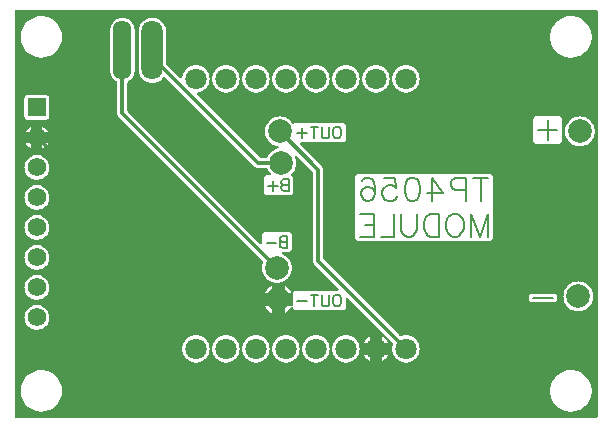
<source format=gbl>
G04 Layer: BottomLayer*
G04 EasyEDA v6.5.23, 2023-05-31 09:28:12*
G04 09e610007bd44921b29e07513bdf5b12,4db1f7442a1f4f30bb2da465e00f2567,10*
G04 Gerber Generator version 0.2*
G04 Scale: 100 percent, Rotated: No, Reflected: No *
G04 Dimensions in millimeters *
G04 leading zeros omitted , absolute positions ,4 integer and 5 decimal *
%FSLAX45Y45*%
%MOMM*%

%ADD10C,0.2032*%
%ADD11C,0.3500*%
%ADD12O,1.7999964X4.9999899999999995*%
%ADD13O,1.5500096X4.9999899999999995*%
%ADD14C,1.8001*%
%ADD15C,2.0000*%
%ADD16R,1.5748X1.5748*%
%ADD17C,1.5748*%
%ADD18C,0.0195*%

%LPD*%
G36*
X736092Y10122408D02*
G01*
X732180Y10123170D01*
X728929Y10125405D01*
X726694Y10128656D01*
X725932Y10132568D01*
X725932Y13563854D01*
X726694Y13567765D01*
X728929Y13571016D01*
X732180Y13573251D01*
X736092Y13574013D01*
X5653532Y13574013D01*
X5657443Y13573251D01*
X5660694Y13571016D01*
X5662930Y13567765D01*
X5663692Y13563854D01*
X5663692Y10132568D01*
X5662930Y10128656D01*
X5660694Y10125405D01*
X5657443Y10123170D01*
X5653532Y10122408D01*
G37*

%LPC*%
G36*
X957021Y10174681D02*
G01*
X975106Y10176052D01*
X992886Y10179304D01*
X1010310Y10184384D01*
X1027074Y10191191D01*
X1043025Y10199725D01*
X1058062Y10209834D01*
X1071981Y10221417D01*
X1084630Y10234371D01*
X1095857Y10248595D01*
X1105560Y10263886D01*
X1113688Y10280040D01*
X1120038Y10297007D01*
X1124661Y10314533D01*
X1127455Y10332415D01*
X1128369Y10350500D01*
X1127455Y10368584D01*
X1124661Y10386466D01*
X1120038Y10403992D01*
X1113688Y10420959D01*
X1105560Y10437114D01*
X1095857Y10452404D01*
X1084630Y10466628D01*
X1071981Y10479582D01*
X1058062Y10491165D01*
X1043025Y10501274D01*
X1027074Y10509808D01*
X1010310Y10516616D01*
X992886Y10521696D01*
X975106Y10524947D01*
X957021Y10526318D01*
X938936Y10525861D01*
X920953Y10523524D01*
X903325Y10519410D01*
X886256Y10513415D01*
X869848Y10505744D01*
X854303Y10496448D01*
X839825Y10485577D01*
X826516Y10473283D01*
X814578Y10459669D01*
X804062Y10444886D01*
X795172Y10429138D01*
X787908Y10412526D01*
X782421Y10395305D01*
X778713Y10377576D01*
X776833Y10359542D01*
X776833Y10341457D01*
X778713Y10323423D01*
X782421Y10305694D01*
X787908Y10288473D01*
X795172Y10271861D01*
X804062Y10256113D01*
X814578Y10241330D01*
X826516Y10227716D01*
X839825Y10215422D01*
X854303Y10204551D01*
X869848Y10195255D01*
X886256Y10187584D01*
X903325Y10181590D01*
X920953Y10177475D01*
X938936Y10175138D01*
G37*
G36*
X5440121Y10174681D02*
G01*
X5458206Y10176052D01*
X5475986Y10179304D01*
X5493410Y10184384D01*
X5510174Y10191191D01*
X5526125Y10199725D01*
X5541162Y10209834D01*
X5555081Y10221417D01*
X5567730Y10234371D01*
X5578957Y10248595D01*
X5588660Y10263886D01*
X5596788Y10280040D01*
X5603138Y10297007D01*
X5607761Y10314533D01*
X5610555Y10332415D01*
X5611469Y10350500D01*
X5610555Y10368584D01*
X5607761Y10386466D01*
X5603138Y10403992D01*
X5596788Y10420959D01*
X5588660Y10437114D01*
X5578957Y10452404D01*
X5567730Y10466628D01*
X5555081Y10479582D01*
X5541162Y10491165D01*
X5526125Y10501274D01*
X5510174Y10509808D01*
X5493410Y10516616D01*
X5475986Y10521696D01*
X5458206Y10524947D01*
X5440121Y10526318D01*
X5422036Y10525861D01*
X5404053Y10523524D01*
X5386425Y10519410D01*
X5369356Y10513415D01*
X5352948Y10505744D01*
X5337403Y10496448D01*
X5322925Y10485577D01*
X5309616Y10473283D01*
X5297678Y10459669D01*
X5287162Y10444886D01*
X5278272Y10429138D01*
X5271008Y10412526D01*
X5265521Y10395305D01*
X5261813Y10377576D01*
X5259933Y10359542D01*
X5259933Y10341457D01*
X5261813Y10323423D01*
X5265521Y10305694D01*
X5271008Y10288473D01*
X5278272Y10271861D01*
X5287162Y10256113D01*
X5297678Y10241330D01*
X5309616Y10227716D01*
X5322925Y10215422D01*
X5337403Y10204551D01*
X5352948Y10195255D01*
X5369356Y10187584D01*
X5386425Y10181590D01*
X5404053Y10177475D01*
X5422036Y10175138D01*
G37*
G36*
X3523335Y10590428D02*
G01*
X3537864Y10590428D01*
X3552291Y10592257D01*
X3566414Y10595864D01*
X3579926Y10601248D01*
X3592677Y10608259D01*
X3604463Y10616793D01*
X3615080Y10626750D01*
X3624376Y10637977D01*
X3632149Y10650270D01*
X3638346Y10663428D01*
X3642868Y10677296D01*
X3645560Y10691571D01*
X3646474Y10706100D01*
X3645560Y10720628D01*
X3642868Y10734903D01*
X3638346Y10748772D01*
X3632149Y10761929D01*
X3624376Y10774222D01*
X3615080Y10785449D01*
X3604463Y10795406D01*
X3592677Y10803940D01*
X3579926Y10810951D01*
X3566414Y10816336D01*
X3552291Y10819942D01*
X3537864Y10821771D01*
X3523335Y10821771D01*
X3508908Y10819942D01*
X3494786Y10816336D01*
X3481273Y10810951D01*
X3468522Y10803940D01*
X3456736Y10795406D01*
X3446119Y10785449D01*
X3436823Y10774222D01*
X3429050Y10761929D01*
X3422853Y10748772D01*
X3418332Y10734903D01*
X3415639Y10720628D01*
X3414725Y10706100D01*
X3415639Y10691571D01*
X3418332Y10677296D01*
X3422853Y10663428D01*
X3429050Y10650270D01*
X3436823Y10637977D01*
X3446119Y10626750D01*
X3456736Y10616793D01*
X3468522Y10608259D01*
X3481273Y10601248D01*
X3494786Y10595864D01*
X3508908Y10592257D01*
G37*
G36*
X2761335Y10590428D02*
G01*
X2775864Y10590428D01*
X2790291Y10592257D01*
X2804414Y10595864D01*
X2817926Y10601248D01*
X2830677Y10608259D01*
X2842463Y10616793D01*
X2853080Y10626750D01*
X2862376Y10637977D01*
X2870149Y10650270D01*
X2876346Y10663428D01*
X2880868Y10677296D01*
X2883560Y10691571D01*
X2884474Y10706100D01*
X2883560Y10720628D01*
X2880868Y10734903D01*
X2876346Y10748772D01*
X2870149Y10761929D01*
X2862376Y10774222D01*
X2853080Y10785449D01*
X2842463Y10795406D01*
X2830677Y10803940D01*
X2817926Y10810951D01*
X2804414Y10816336D01*
X2790291Y10819942D01*
X2775864Y10821771D01*
X2761335Y10821771D01*
X2746908Y10819942D01*
X2732786Y10816336D01*
X2719273Y10810951D01*
X2706522Y10803940D01*
X2694736Y10795406D01*
X2684119Y10785449D01*
X2674823Y10774222D01*
X2667050Y10761929D01*
X2660853Y10748772D01*
X2656332Y10734903D01*
X2653639Y10720628D01*
X2652725Y10706100D01*
X2653639Y10691571D01*
X2656332Y10677296D01*
X2660853Y10663428D01*
X2667050Y10650270D01*
X2674823Y10637977D01*
X2684119Y10626750D01*
X2694736Y10616793D01*
X2706522Y10608259D01*
X2719273Y10601248D01*
X2732786Y10595864D01*
X2746908Y10592257D01*
G37*
G36*
X2253335Y10590428D02*
G01*
X2267864Y10590428D01*
X2282291Y10592257D01*
X2296414Y10595864D01*
X2309926Y10601248D01*
X2322677Y10608259D01*
X2334463Y10616793D01*
X2345080Y10626750D01*
X2354376Y10637977D01*
X2362149Y10650270D01*
X2368346Y10663428D01*
X2372868Y10677296D01*
X2375560Y10691571D01*
X2376474Y10706100D01*
X2375560Y10720628D01*
X2372868Y10734903D01*
X2368346Y10748772D01*
X2362149Y10761929D01*
X2354376Y10774222D01*
X2345080Y10785449D01*
X2334463Y10795406D01*
X2322677Y10803940D01*
X2309926Y10810951D01*
X2296414Y10816336D01*
X2282291Y10819942D01*
X2267864Y10821771D01*
X2253335Y10821771D01*
X2238908Y10819942D01*
X2224786Y10816336D01*
X2211273Y10810951D01*
X2198522Y10803940D01*
X2186736Y10795406D01*
X2176119Y10785449D01*
X2166823Y10774222D01*
X2159050Y10761929D01*
X2152853Y10748772D01*
X2148332Y10734903D01*
X2145639Y10720628D01*
X2144725Y10706100D01*
X2145639Y10691571D01*
X2148332Y10677296D01*
X2152853Y10663428D01*
X2159050Y10650270D01*
X2166823Y10637977D01*
X2176119Y10626750D01*
X2186736Y10616793D01*
X2198522Y10608259D01*
X2211273Y10601248D01*
X2224786Y10595864D01*
X2238908Y10592257D01*
G37*
G36*
X3015335Y10590428D02*
G01*
X3029864Y10590428D01*
X3044291Y10592257D01*
X3058414Y10595864D01*
X3071926Y10601248D01*
X3084677Y10608259D01*
X3096463Y10616793D01*
X3107080Y10626750D01*
X3116376Y10637977D01*
X3124149Y10650270D01*
X3130346Y10663428D01*
X3134868Y10677296D01*
X3137560Y10691571D01*
X3138474Y10706100D01*
X3137560Y10720628D01*
X3134868Y10734903D01*
X3130346Y10748772D01*
X3124149Y10761929D01*
X3116376Y10774222D01*
X3107080Y10785449D01*
X3096463Y10795406D01*
X3084677Y10803940D01*
X3071926Y10810951D01*
X3058414Y10816336D01*
X3044291Y10819942D01*
X3029864Y10821771D01*
X3015335Y10821771D01*
X3000908Y10819942D01*
X2986786Y10816336D01*
X2973273Y10810951D01*
X2960522Y10803940D01*
X2948736Y10795406D01*
X2938119Y10785449D01*
X2928823Y10774222D01*
X2921050Y10761929D01*
X2914853Y10748772D01*
X2910332Y10734903D01*
X2907639Y10720628D01*
X2906725Y10706100D01*
X2907639Y10691571D01*
X2910332Y10677296D01*
X2914853Y10663428D01*
X2921050Y10650270D01*
X2928823Y10637977D01*
X2938119Y10626750D01*
X2948736Y10616793D01*
X2960522Y10608259D01*
X2973273Y10601248D01*
X2986786Y10595864D01*
X3000908Y10592257D01*
G37*
G36*
X3269335Y10590428D02*
G01*
X3283864Y10590428D01*
X3298291Y10592257D01*
X3312414Y10595864D01*
X3325926Y10601248D01*
X3338677Y10608259D01*
X3350463Y10616793D01*
X3361080Y10626750D01*
X3370376Y10637977D01*
X3378149Y10650270D01*
X3384346Y10663428D01*
X3388868Y10677296D01*
X3391560Y10691571D01*
X3392474Y10706100D01*
X3391560Y10720628D01*
X3388868Y10734903D01*
X3384346Y10748772D01*
X3378149Y10761929D01*
X3370376Y10774222D01*
X3361080Y10785449D01*
X3350463Y10795406D01*
X3338677Y10803940D01*
X3325926Y10810951D01*
X3312414Y10816336D01*
X3298291Y10819942D01*
X3283864Y10821771D01*
X3269335Y10821771D01*
X3254908Y10819942D01*
X3240786Y10816336D01*
X3227273Y10810951D01*
X3214522Y10803940D01*
X3202736Y10795406D01*
X3192119Y10785449D01*
X3182823Y10774222D01*
X3175050Y10761929D01*
X3168853Y10748772D01*
X3164332Y10734903D01*
X3161639Y10720628D01*
X3160725Y10706100D01*
X3161639Y10691571D01*
X3164332Y10677296D01*
X3168853Y10663428D01*
X3175050Y10650270D01*
X3182823Y10637977D01*
X3192119Y10626750D01*
X3202736Y10616793D01*
X3214522Y10608259D01*
X3227273Y10601248D01*
X3240786Y10595864D01*
X3254908Y10592257D01*
G37*
G36*
X2507335Y10590428D02*
G01*
X2521864Y10590428D01*
X2536291Y10592257D01*
X2550414Y10595864D01*
X2563926Y10601248D01*
X2576677Y10608259D01*
X2588463Y10616793D01*
X2599080Y10626750D01*
X2608376Y10637977D01*
X2616149Y10650270D01*
X2622346Y10663428D01*
X2626868Y10677296D01*
X2629560Y10691571D01*
X2630474Y10706100D01*
X2629560Y10720628D01*
X2626868Y10734903D01*
X2622346Y10748772D01*
X2616149Y10761929D01*
X2608376Y10774222D01*
X2599080Y10785449D01*
X2588463Y10795406D01*
X2576677Y10803940D01*
X2563926Y10810951D01*
X2550414Y10816336D01*
X2536291Y10819942D01*
X2521864Y10821771D01*
X2507335Y10821771D01*
X2492908Y10819942D01*
X2478786Y10816336D01*
X2465273Y10810951D01*
X2452522Y10803940D01*
X2440736Y10795406D01*
X2430119Y10785449D01*
X2420823Y10774222D01*
X2413050Y10761929D01*
X2406853Y10748772D01*
X2402332Y10734903D01*
X2399639Y10720628D01*
X2398725Y10706100D01*
X2399639Y10691571D01*
X2402332Y10677296D01*
X2406853Y10663428D01*
X2413050Y10650270D01*
X2420823Y10637977D01*
X2430119Y10626750D01*
X2440736Y10616793D01*
X2452522Y10608259D01*
X2465273Y10601248D01*
X2478786Y10595864D01*
X2492908Y10592257D01*
G37*
G36*
X4031335Y10590428D02*
G01*
X4045864Y10590428D01*
X4060291Y10592257D01*
X4074414Y10595864D01*
X4087926Y10601248D01*
X4100677Y10608259D01*
X4112463Y10616793D01*
X4123080Y10626750D01*
X4132376Y10637977D01*
X4140149Y10650270D01*
X4146346Y10663428D01*
X4150868Y10677296D01*
X4153560Y10691571D01*
X4154474Y10706100D01*
X4153560Y10720628D01*
X4150868Y10734903D01*
X4146346Y10748772D01*
X4140149Y10761929D01*
X4132376Y10774222D01*
X4123080Y10785449D01*
X4112463Y10795406D01*
X4100677Y10803940D01*
X4087926Y10810951D01*
X4074414Y10816336D01*
X4060291Y10819942D01*
X4045864Y10821771D01*
X4031335Y10821771D01*
X4016908Y10819942D01*
X4002786Y10816336D01*
X3999687Y10815066D01*
X3995826Y10814354D01*
X3991965Y10815167D01*
X3988765Y10817352D01*
X3343148Y11462918D01*
X3340963Y11466220D01*
X3340201Y11470132D01*
X3340150Y12224258D01*
X3338982Y12232538D01*
X3336442Y12240158D01*
X3332530Y12247118D01*
X3327146Y12253671D01*
X3144012Y12436805D01*
X3141827Y12440056D01*
X3141014Y12443968D01*
X3141827Y12447879D01*
X3144012Y12451130D01*
X3147314Y12453366D01*
X3151174Y12454128D01*
X3502101Y12454128D01*
X3508400Y12454839D01*
X3513886Y12456769D01*
X3518763Y12459817D01*
X3522878Y12463932D01*
X3525926Y12468809D01*
X3527856Y12474295D01*
X3528568Y12480594D01*
X3528568Y12595301D01*
X3527856Y12601600D01*
X3525926Y12607086D01*
X3522878Y12611963D01*
X3518763Y12616078D01*
X3513886Y12619126D01*
X3508400Y12621056D01*
X3502101Y12621768D01*
X3111042Y12621768D01*
X3104743Y12621056D01*
X3099257Y12619126D01*
X3094380Y12616078D01*
X3092856Y12614554D01*
X3089859Y12612471D01*
X3086303Y12611608D01*
X3082645Y12612065D01*
X3079394Y12613741D01*
X3077006Y12616484D01*
X3075381Y12619126D01*
X3066034Y12631064D01*
X3055264Y12641834D01*
X3043326Y12651181D01*
X3030321Y12659055D01*
X3016453Y12665303D01*
X3001924Y12669824D01*
X2986989Y12672568D01*
X2971800Y12673482D01*
X2956610Y12672568D01*
X2941675Y12669824D01*
X2927146Y12665303D01*
X2913278Y12659055D01*
X2900273Y12651181D01*
X2888335Y12641834D01*
X2877566Y12631064D01*
X2868218Y12619126D01*
X2860344Y12606121D01*
X2854096Y12592253D01*
X2849575Y12577724D01*
X2846832Y12562789D01*
X2845917Y12547600D01*
X2846832Y12532410D01*
X2849575Y12517475D01*
X2854096Y12502946D01*
X2860344Y12489078D01*
X2868218Y12476073D01*
X2877566Y12464135D01*
X2888335Y12453366D01*
X2900273Y12444018D01*
X2913278Y12436144D01*
X2927146Y12429896D01*
X2941675Y12425375D01*
X2954172Y12423089D01*
X2958287Y12421311D01*
X2961233Y12417958D01*
X2962452Y12413691D01*
X2961741Y12409271D01*
X2959201Y12405614D01*
X2955340Y12403378D01*
X2939846Y12398603D01*
X2925978Y12392355D01*
X2912973Y12384481D01*
X2901035Y12375134D01*
X2890266Y12364364D01*
X2880918Y12352426D01*
X2873044Y12339421D01*
X2868930Y12330277D01*
X2866694Y12327128D01*
X2863443Y12325045D01*
X2859684Y12324283D01*
X2811272Y12324283D01*
X2807360Y12325096D01*
X2804058Y12327280D01*
X2271064Y12860324D01*
X2268626Y12864134D01*
X2268118Y12868605D01*
X2269591Y12872821D01*
X2272741Y12876022D01*
X2276957Y12877596D01*
X2282291Y12878257D01*
X2296414Y12881864D01*
X2309926Y12887248D01*
X2322677Y12894259D01*
X2334463Y12902793D01*
X2345080Y12912750D01*
X2354376Y12923977D01*
X2362149Y12936270D01*
X2368346Y12949428D01*
X2372868Y12963296D01*
X2375560Y12977571D01*
X2376474Y12992100D01*
X2375560Y13006628D01*
X2372868Y13020903D01*
X2368346Y13034771D01*
X2362149Y13047929D01*
X2354376Y13060222D01*
X2345080Y13071449D01*
X2334463Y13081406D01*
X2322677Y13089940D01*
X2309926Y13096951D01*
X2296414Y13102336D01*
X2282291Y13105942D01*
X2267864Y13107771D01*
X2253335Y13107771D01*
X2238908Y13105942D01*
X2224786Y13102336D01*
X2211273Y13096951D01*
X2198522Y13089940D01*
X2186736Y13081406D01*
X2176119Y13071449D01*
X2166823Y13060222D01*
X2159050Y13047929D01*
X2152853Y13034771D01*
X2148332Y13020903D01*
X2145893Y13007949D01*
X2144166Y13003936D01*
X2140915Y13000990D01*
X2136698Y12999720D01*
X2132380Y13000278D01*
X2128723Y13002666D01*
X2011172Y13120166D01*
X2008987Y13123468D01*
X2008225Y13127380D01*
X2008225Y13393064D01*
X2007260Y13407948D01*
X2004568Y13422223D01*
X2000046Y13436041D01*
X1993849Y13449249D01*
X1986076Y13461492D01*
X1976780Y13472718D01*
X1966163Y13482675D01*
X1954377Y13491260D01*
X1941626Y13498271D01*
X1928114Y13503605D01*
X1913991Y13507212D01*
X1899564Y13509040D01*
X1885035Y13509040D01*
X1870608Y13507212D01*
X1856486Y13503605D01*
X1842973Y13498271D01*
X1830222Y13491260D01*
X1818436Y13482675D01*
X1807819Y13472718D01*
X1798523Y13461492D01*
X1790750Y13449249D01*
X1784553Y13436041D01*
X1780032Y13422223D01*
X1777339Y13407948D01*
X1776374Y13393064D01*
X1776374Y13073735D01*
X1777339Y13058851D01*
X1780032Y13044576D01*
X1784553Y13030758D01*
X1790750Y13017550D01*
X1798523Y13005308D01*
X1807819Y12994081D01*
X1818436Y12984124D01*
X1830222Y12975539D01*
X1842973Y12968528D01*
X1856486Y12963194D01*
X1870608Y12959588D01*
X1885035Y12957759D01*
X1899564Y12957759D01*
X1913991Y12959588D01*
X1928114Y12963194D01*
X1941626Y12968528D01*
X1954377Y12975539D01*
X1966163Y12984124D01*
X1976780Y12994081D01*
X1986686Y13006120D01*
X1989988Y13008762D01*
X1994052Y13009829D01*
X1998167Y13009168D01*
X2001723Y13006882D01*
X2759557Y12249048D01*
X2766263Y12244019D01*
X2773426Y12240463D01*
X2781096Y12238278D01*
X2789529Y12237466D01*
X2859684Y12237466D01*
X2863443Y12236754D01*
X2866694Y12234672D01*
X2868930Y12231522D01*
X2873044Y12222378D01*
X2880918Y12209373D01*
X2890266Y12197435D01*
X2893060Y12194590D01*
X2895295Y12191339D01*
X2896057Y12187428D01*
X2895295Y12183516D01*
X2893060Y12180265D01*
X2889758Y12178030D01*
X2885897Y12177268D01*
X2862884Y12177268D01*
X2856585Y12176556D01*
X2851099Y12174626D01*
X2846222Y12171578D01*
X2842107Y12167463D01*
X2839059Y12162586D01*
X2837129Y12157100D01*
X2836418Y12150801D01*
X2836418Y12036094D01*
X2837129Y12029795D01*
X2839059Y12024309D01*
X2842107Y12019432D01*
X2846222Y12015317D01*
X2851099Y12012269D01*
X2856585Y12010339D01*
X2862884Y12009628D01*
X3057601Y12009628D01*
X3063900Y12010339D01*
X3069386Y12012269D01*
X3074263Y12015317D01*
X3078378Y12019432D01*
X3081426Y12024309D01*
X3083356Y12029795D01*
X3084068Y12036094D01*
X3084068Y12150801D01*
X3083356Y12157100D01*
X3081426Y12162586D01*
X3078378Y12167463D01*
X3074263Y12171578D01*
X3071926Y12173051D01*
X3069234Y12175490D01*
X3067608Y12178741D01*
X3067202Y12182348D01*
X3068066Y12185853D01*
X3070148Y12188850D01*
X3078734Y12197435D01*
X3088081Y12209373D01*
X3095955Y12222378D01*
X3102203Y12236246D01*
X3106724Y12250775D01*
X3109468Y12265710D01*
X3110382Y12280900D01*
X3109468Y12296089D01*
X3106724Y12311024D01*
X3102203Y12325553D01*
X3100171Y12330023D01*
X3099308Y12333935D01*
X3099968Y12337846D01*
X3102152Y12341250D01*
X3105454Y12343536D01*
X3109366Y12344349D01*
X3113328Y12343587D01*
X3116630Y12341352D01*
X3250387Y12207646D01*
X3252571Y12204344D01*
X3253384Y12200432D01*
X3253384Y11446256D01*
X3254552Y11438026D01*
X3257092Y11430406D01*
X3261004Y11423446D01*
X3266389Y11416893D01*
X3466592Y11216690D01*
X3468776Y11213439D01*
X3469589Y11209528D01*
X3468776Y11205667D01*
X3466592Y11202365D01*
X3463290Y11200130D01*
X3459429Y11199368D01*
X3111042Y11199368D01*
X3104743Y11198656D01*
X3099257Y11196726D01*
X3094380Y11193678D01*
X3090265Y11189563D01*
X3087217Y11184686D01*
X3084372Y11181689D01*
X3080562Y11180114D01*
X3079292Y11180114D01*
X3081578Y11178590D01*
X3083814Y11175288D01*
X3084576Y11171377D01*
X3084576Y11079022D01*
X3083814Y11075111D01*
X3081578Y11071809D01*
X3078327Y11069624D01*
X3074416Y11068862D01*
X3015437Y11068862D01*
X3015437Y11012779D01*
X3017621Y11013744D01*
X3030626Y11021618D01*
X3042564Y11030966D01*
X3053334Y11041735D01*
X3062681Y11053673D01*
X3066135Y11059363D01*
X3068980Y11062411D01*
X3072790Y11064036D01*
X3077006Y11063986D01*
X3080816Y11062309D01*
X3083610Y11059210D01*
X3084931Y11055197D01*
X3085287Y11051895D01*
X3087217Y11046409D01*
X3090265Y11041532D01*
X3094380Y11037417D01*
X3099257Y11034369D01*
X3104743Y11032439D01*
X3111042Y11031728D01*
X3502101Y11031728D01*
X3508400Y11032439D01*
X3513886Y11034369D01*
X3518763Y11037417D01*
X3522878Y11041532D01*
X3525926Y11046409D01*
X3527856Y11051895D01*
X3528568Y11058194D01*
X3528568Y11130229D01*
X3529329Y11134090D01*
X3531565Y11137392D01*
X3534816Y11139576D01*
X3538728Y11140389D01*
X3542639Y11139576D01*
X3545890Y11137392D01*
X3927348Y10755934D01*
X3929430Y10752886D01*
X3930294Y10749330D01*
X3929837Y10745622D01*
X3926332Y10734903D01*
X3923639Y10720628D01*
X3922725Y10706100D01*
X3923639Y10691571D01*
X3926332Y10677296D01*
X3930853Y10663428D01*
X3937050Y10650270D01*
X3944823Y10637977D01*
X3954119Y10626750D01*
X3964736Y10616793D01*
X3976522Y10608259D01*
X3989273Y10601248D01*
X4002786Y10595864D01*
X4016908Y10592257D01*
G37*
G36*
X3835958Y10602315D02*
G01*
X3846677Y10608259D01*
X3858463Y10616793D01*
X3869080Y10626750D01*
X3878376Y10637977D01*
X3886149Y10650270D01*
X3888282Y10654741D01*
X3835958Y10654741D01*
G37*
G36*
X3733241Y10602315D02*
G01*
X3733241Y10654741D01*
X3680917Y10654741D01*
X3683050Y10650270D01*
X3690823Y10637977D01*
X3700119Y10626750D01*
X3710736Y10616793D01*
X3722522Y10608259D01*
G37*
G36*
X3835958Y10757458D02*
G01*
X3888282Y10757458D01*
X3886149Y10761929D01*
X3878376Y10774222D01*
X3869080Y10785449D01*
X3858463Y10795406D01*
X3846677Y10803940D01*
X3835958Y10809884D01*
G37*
G36*
X3680917Y10757458D02*
G01*
X3733241Y10757458D01*
X3733241Y10809884D01*
X3722522Y10803940D01*
X3710736Y10795406D01*
X3700119Y10785449D01*
X3690823Y10774222D01*
X3683050Y10761929D01*
G37*
G36*
X914400Y10868152D02*
G01*
X928065Y10869066D01*
X941476Y10871758D01*
X954430Y10876127D01*
X966724Y10882172D01*
X978103Y10889792D01*
X988364Y10898835D01*
X997407Y10909096D01*
X1005027Y10920476D01*
X1011072Y10932769D01*
X1015441Y10945723D01*
X1018133Y10959134D01*
X1019048Y10972800D01*
X1018133Y10986465D01*
X1015441Y10999876D01*
X1011072Y11012830D01*
X1005027Y11025124D01*
X997407Y11036503D01*
X988364Y11046764D01*
X978103Y11055807D01*
X966724Y11063427D01*
X954430Y11069472D01*
X941476Y11073841D01*
X928065Y11076533D01*
X914400Y11077448D01*
X900734Y11076533D01*
X887323Y11073841D01*
X874369Y11069472D01*
X862076Y11063427D01*
X850696Y11055807D01*
X840435Y11046764D01*
X831392Y11036503D01*
X823772Y11025124D01*
X817727Y11012830D01*
X813358Y10999876D01*
X810666Y10986465D01*
X809752Y10972800D01*
X810666Y10959134D01*
X813358Y10945723D01*
X817727Y10932769D01*
X823772Y10920476D01*
X831392Y10909096D01*
X840435Y10898835D01*
X850696Y10889792D01*
X862076Y10882172D01*
X874369Y10876127D01*
X887323Y10871758D01*
X900734Y10869066D01*
G37*
G36*
X2902762Y11012779D02*
G01*
X2902762Y11068862D01*
X2846679Y11068862D01*
X2847644Y11066678D01*
X2855518Y11053673D01*
X2864866Y11041735D01*
X2875635Y11030966D01*
X2887573Y11021618D01*
X2900578Y11013744D01*
G37*
G36*
X5499100Y11024717D02*
G01*
X5514289Y11025632D01*
X5529224Y11028375D01*
X5543753Y11032896D01*
X5557621Y11039144D01*
X5570626Y11047018D01*
X5582564Y11056366D01*
X5593334Y11067135D01*
X5602681Y11079073D01*
X5610555Y11092078D01*
X5616803Y11105946D01*
X5621324Y11120475D01*
X5624068Y11135410D01*
X5624982Y11150600D01*
X5624068Y11165789D01*
X5621324Y11180724D01*
X5616803Y11195253D01*
X5610555Y11209121D01*
X5602681Y11222126D01*
X5593334Y11234064D01*
X5582564Y11244834D01*
X5570626Y11254181D01*
X5557621Y11262055D01*
X5543753Y11268303D01*
X5529224Y11272824D01*
X5514289Y11275568D01*
X5499100Y11276482D01*
X5483910Y11275568D01*
X5468975Y11272824D01*
X5454446Y11268303D01*
X5440578Y11262055D01*
X5427573Y11254181D01*
X5415635Y11244834D01*
X5404866Y11234064D01*
X5395518Y11222126D01*
X5387644Y11209121D01*
X5381396Y11195253D01*
X5376875Y11180724D01*
X5374132Y11165789D01*
X5373217Y11150600D01*
X5374132Y11135410D01*
X5376875Y11120475D01*
X5381396Y11105946D01*
X5387644Y11092078D01*
X5395518Y11079073D01*
X5404866Y11067135D01*
X5415635Y11056366D01*
X5427573Y11047018D01*
X5440578Y11039144D01*
X5454446Y11032896D01*
X5468975Y11028375D01*
X5483910Y11025632D01*
G37*
G36*
X5107228Y11101832D02*
G01*
X5292801Y11101832D01*
X5299100Y11102543D01*
X5304586Y11104473D01*
X5309463Y11107521D01*
X5313578Y11111636D01*
X5316626Y11116513D01*
X5318556Y11121999D01*
X5319268Y11128298D01*
X5319268Y11147501D01*
X5318556Y11153800D01*
X5316626Y11159286D01*
X5313578Y11164163D01*
X5309463Y11168278D01*
X5304586Y11171326D01*
X5299100Y11173256D01*
X5292801Y11173968D01*
X5107228Y11173968D01*
X5100929Y11173256D01*
X5095443Y11171326D01*
X5090566Y11168278D01*
X5086451Y11164163D01*
X5083403Y11159286D01*
X5081473Y11153800D01*
X5080762Y11147501D01*
X5080762Y11128298D01*
X5081473Y11121999D01*
X5083403Y11116513D01*
X5086451Y11111636D01*
X5090566Y11107521D01*
X5095443Y11104473D01*
X5100929Y11102543D01*
G37*
G36*
X914400Y11122152D02*
G01*
X928065Y11123066D01*
X941476Y11125758D01*
X954430Y11130127D01*
X966724Y11136172D01*
X978103Y11143792D01*
X988364Y11152835D01*
X997407Y11163096D01*
X1005027Y11174476D01*
X1011072Y11186769D01*
X1015441Y11199723D01*
X1018133Y11213134D01*
X1019048Y11226800D01*
X1018133Y11240465D01*
X1015441Y11253876D01*
X1011072Y11266830D01*
X1005027Y11279124D01*
X997407Y11290503D01*
X988364Y11300764D01*
X978103Y11309807D01*
X966724Y11317427D01*
X954430Y11323472D01*
X941476Y11327841D01*
X928065Y11330533D01*
X914400Y11331448D01*
X900734Y11330533D01*
X887323Y11327841D01*
X874369Y11323472D01*
X862076Y11317427D01*
X850696Y11309807D01*
X840435Y11300764D01*
X831392Y11290503D01*
X823772Y11279124D01*
X817727Y11266830D01*
X813358Y11253876D01*
X810666Y11240465D01*
X809752Y11226800D01*
X810666Y11213134D01*
X813358Y11199723D01*
X817727Y11186769D01*
X823772Y11174476D01*
X831392Y11163096D01*
X840435Y11152835D01*
X850696Y11143792D01*
X862076Y11136172D01*
X874369Y11130127D01*
X887323Y11125758D01*
X900734Y11123066D01*
G37*
G36*
X2846679Y11181537D02*
G01*
X2902762Y11181537D01*
X2902762Y11237620D01*
X2900578Y11236655D01*
X2887573Y11228781D01*
X2875635Y11219434D01*
X2864866Y11208664D01*
X2855518Y11196726D01*
X2847644Y11183721D01*
G37*
G36*
X3015437Y11181537D02*
G01*
X3073247Y11181537D01*
X3069894Y11184839D01*
X3062681Y11196726D01*
X3053334Y11208664D01*
X3042564Y11219434D01*
X3030626Y11228781D01*
X3017621Y11236655D01*
X3015437Y11237620D01*
G37*
G36*
X2946400Y11266017D02*
G01*
X2961589Y11266932D01*
X2976524Y11269675D01*
X2991053Y11274196D01*
X3004921Y11280444D01*
X3017926Y11288318D01*
X3029864Y11297666D01*
X3040634Y11308435D01*
X3049981Y11320373D01*
X3057855Y11333378D01*
X3064103Y11347246D01*
X3068624Y11361775D01*
X3071368Y11376710D01*
X3072282Y11391900D01*
X3071368Y11407089D01*
X3068624Y11422024D01*
X3064103Y11436553D01*
X3057855Y11450421D01*
X3049981Y11463426D01*
X3040634Y11475364D01*
X3029864Y11486134D01*
X3017926Y11495481D01*
X3004921Y11503355D01*
X2995472Y11507622D01*
X2992272Y11509857D01*
X2990189Y11513210D01*
X2989478Y11517020D01*
X2990342Y11520881D01*
X2992526Y11524132D01*
X2995828Y11526266D01*
X2999638Y11527028D01*
X3044901Y11527028D01*
X3051200Y11527739D01*
X3056686Y11529669D01*
X3061563Y11532717D01*
X3065678Y11536832D01*
X3068726Y11541709D01*
X3070656Y11547195D01*
X3071368Y11553494D01*
X3071368Y11668201D01*
X3070656Y11674500D01*
X3068726Y11679986D01*
X3065678Y11684863D01*
X3061563Y11688978D01*
X3056686Y11692026D01*
X3051200Y11693956D01*
X3044901Y11694668D01*
X2850184Y11694668D01*
X2843885Y11693956D01*
X2838399Y11692026D01*
X2833522Y11688978D01*
X2829407Y11684863D01*
X2826359Y11679986D01*
X2824429Y11674500D01*
X2823718Y11668201D01*
X2823718Y11600484D01*
X2822956Y11596624D01*
X2820720Y11593322D01*
X2817469Y11591137D01*
X2813558Y11590324D01*
X2809646Y11591137D01*
X2806395Y11593322D01*
X1684680Y12714986D01*
X1682496Y12718288D01*
X1681734Y12722199D01*
X1681734Y12960959D01*
X1682394Y12964668D01*
X1684375Y12967817D01*
X1687372Y12970052D01*
X1690014Y12971373D01*
X1701241Y12978892D01*
X1711401Y12987782D01*
X1720342Y12997942D01*
X1727860Y13009219D01*
X1733804Y13021360D01*
X1738172Y13034162D01*
X1740814Y13047421D01*
X1741728Y13061238D01*
X1741728Y13405561D01*
X1740814Y13419378D01*
X1738172Y13432637D01*
X1733804Y13445439D01*
X1727860Y13457580D01*
X1720342Y13468857D01*
X1711401Y13479018D01*
X1701241Y13487907D01*
X1690014Y13495426D01*
X1677873Y13501420D01*
X1665071Y13505738D01*
X1651812Y13508380D01*
X1638300Y13509294D01*
X1624787Y13508380D01*
X1611528Y13505738D01*
X1598726Y13501420D01*
X1586585Y13495426D01*
X1575358Y13487907D01*
X1565198Y13479018D01*
X1556258Y13468857D01*
X1548739Y13457580D01*
X1542796Y13445439D01*
X1538427Y13432637D01*
X1535785Y13419378D01*
X1534871Y13405561D01*
X1534871Y13061238D01*
X1535785Y13047421D01*
X1538427Y13034162D01*
X1542796Y13021360D01*
X1548739Y13009219D01*
X1556258Y12997942D01*
X1565198Y12987782D01*
X1575358Y12978892D01*
X1586585Y12971373D01*
X1589227Y12970052D01*
X1592224Y12967817D01*
X1594205Y12964668D01*
X1594916Y12960959D01*
X1594916Y12698323D01*
X1596085Y12690094D01*
X1598625Y12682474D01*
X1602536Y12675514D01*
X1607921Y12668961D01*
X2827375Y11449558D01*
X2829610Y11446154D01*
X2830322Y11442141D01*
X2829458Y11438178D01*
X2828696Y11436553D01*
X2824175Y11422024D01*
X2821432Y11407089D01*
X2820517Y11391900D01*
X2821432Y11376710D01*
X2824175Y11361775D01*
X2828696Y11347246D01*
X2834944Y11333378D01*
X2842818Y11320373D01*
X2852166Y11308435D01*
X2862935Y11297666D01*
X2874873Y11288318D01*
X2887878Y11280444D01*
X2901746Y11274196D01*
X2916275Y11269675D01*
X2931210Y11266932D01*
G37*
G36*
X914400Y11376152D02*
G01*
X928065Y11377066D01*
X941476Y11379758D01*
X954430Y11384127D01*
X966724Y11390172D01*
X978103Y11397792D01*
X988364Y11406835D01*
X997407Y11417096D01*
X1005027Y11428476D01*
X1011072Y11440769D01*
X1015441Y11453723D01*
X1018133Y11467134D01*
X1019048Y11480800D01*
X1018133Y11494465D01*
X1015441Y11507876D01*
X1011072Y11520830D01*
X1005027Y11533124D01*
X997407Y11544503D01*
X988364Y11554764D01*
X978103Y11563807D01*
X966724Y11571427D01*
X954430Y11577472D01*
X941476Y11581841D01*
X928065Y11584533D01*
X914400Y11585448D01*
X900734Y11584533D01*
X887323Y11581841D01*
X874369Y11577472D01*
X862076Y11571427D01*
X850696Y11563807D01*
X840435Y11554764D01*
X831392Y11544503D01*
X823772Y11533124D01*
X817727Y11520830D01*
X813358Y11507876D01*
X810666Y11494465D01*
X809752Y11480800D01*
X810666Y11467134D01*
X813358Y11453723D01*
X817727Y11440769D01*
X823772Y11428476D01*
X831392Y11417096D01*
X840435Y11406835D01*
X850696Y11397792D01*
X862076Y11390172D01*
X874369Y11384127D01*
X887323Y11379758D01*
X900734Y11377066D01*
G37*
G36*
X3637584Y11619230D02*
G01*
X4746701Y11619230D01*
X4753000Y11619941D01*
X4758486Y11621871D01*
X4763363Y11624919D01*
X4767478Y11629034D01*
X4770526Y11633911D01*
X4772456Y11639397D01*
X4773168Y11645696D01*
X4773168Y12163501D01*
X4772456Y12169800D01*
X4770526Y12175286D01*
X4767478Y12180163D01*
X4763363Y12184278D01*
X4758486Y12187326D01*
X4753000Y12189256D01*
X4746701Y12189968D01*
X3637584Y12189968D01*
X3631285Y12189256D01*
X3625799Y12187326D01*
X3620922Y12184278D01*
X3616807Y12180163D01*
X3613759Y12175286D01*
X3611829Y12169800D01*
X3611118Y12163501D01*
X3611118Y11645696D01*
X3611829Y11639397D01*
X3613759Y11633911D01*
X3616807Y11629034D01*
X3620922Y11624919D01*
X3625799Y11621871D01*
X3631285Y11619941D01*
G37*
G36*
X914400Y11630152D02*
G01*
X928065Y11631066D01*
X941476Y11633758D01*
X954430Y11638127D01*
X966724Y11644172D01*
X978103Y11651792D01*
X988364Y11660835D01*
X997407Y11671096D01*
X1005027Y11682476D01*
X1011072Y11694769D01*
X1015441Y11707723D01*
X1018133Y11721134D01*
X1019048Y11734800D01*
X1018133Y11748465D01*
X1015441Y11761876D01*
X1011072Y11774830D01*
X1005027Y11787124D01*
X997407Y11798503D01*
X988364Y11808764D01*
X978103Y11817807D01*
X966724Y11825427D01*
X954430Y11831472D01*
X941476Y11835841D01*
X928065Y11838533D01*
X914400Y11839448D01*
X900734Y11838533D01*
X887323Y11835841D01*
X874369Y11831472D01*
X862076Y11825427D01*
X850696Y11817807D01*
X840435Y11808764D01*
X831392Y11798503D01*
X823772Y11787124D01*
X817727Y11774830D01*
X813358Y11761876D01*
X810666Y11748465D01*
X809752Y11734800D01*
X810666Y11721134D01*
X813358Y11707723D01*
X817727Y11694769D01*
X823772Y11682476D01*
X831392Y11671096D01*
X840435Y11660835D01*
X850696Y11651792D01*
X862076Y11644172D01*
X874369Y11638127D01*
X887323Y11633758D01*
X900734Y11631066D01*
G37*
G36*
X914400Y11884152D02*
G01*
X928065Y11885066D01*
X941476Y11887758D01*
X954430Y11892127D01*
X966724Y11898172D01*
X978103Y11905792D01*
X988364Y11914835D01*
X997407Y11925096D01*
X1005027Y11936476D01*
X1011072Y11948769D01*
X1015441Y11961723D01*
X1018133Y11975134D01*
X1019048Y11988800D01*
X1018133Y12002465D01*
X1015441Y12015876D01*
X1011072Y12028830D01*
X1005027Y12041124D01*
X997407Y12052503D01*
X988364Y12062764D01*
X978103Y12071807D01*
X966724Y12079427D01*
X954430Y12085472D01*
X941476Y12089841D01*
X928065Y12092533D01*
X914400Y12093448D01*
X900734Y12092533D01*
X887323Y12089841D01*
X874369Y12085472D01*
X862076Y12079427D01*
X850696Y12071807D01*
X840435Y12062764D01*
X831392Y12052503D01*
X823772Y12041124D01*
X817727Y12028830D01*
X813358Y12015876D01*
X810666Y12002465D01*
X809752Y11988800D01*
X810666Y11975134D01*
X813358Y11961723D01*
X817727Y11948769D01*
X823772Y11936476D01*
X831392Y11925096D01*
X840435Y11914835D01*
X850696Y11905792D01*
X862076Y11898172D01*
X874369Y11892127D01*
X887323Y11887758D01*
X900734Y11885066D01*
G37*
G36*
X914400Y12138152D02*
G01*
X928065Y12139066D01*
X941476Y12141758D01*
X954430Y12146127D01*
X966724Y12152172D01*
X978103Y12159792D01*
X988364Y12168835D01*
X997407Y12179096D01*
X1005027Y12190476D01*
X1011072Y12202769D01*
X1015441Y12215723D01*
X1018133Y12229134D01*
X1019048Y12242800D01*
X1018133Y12256465D01*
X1015441Y12269876D01*
X1011072Y12282830D01*
X1005027Y12295124D01*
X997407Y12306503D01*
X988364Y12316764D01*
X978103Y12325807D01*
X966724Y12333427D01*
X954430Y12339472D01*
X941476Y12343841D01*
X928065Y12346533D01*
X914400Y12347448D01*
X900734Y12346533D01*
X887323Y12343841D01*
X874369Y12339472D01*
X862076Y12333427D01*
X850696Y12325807D01*
X840435Y12316764D01*
X831392Y12306503D01*
X823772Y12295124D01*
X817727Y12282830D01*
X813358Y12269876D01*
X810666Y12256465D01*
X809752Y12242800D01*
X810666Y12229134D01*
X813358Y12215723D01*
X817727Y12202769D01*
X823772Y12190476D01*
X831392Y12179096D01*
X840435Y12168835D01*
X850696Y12159792D01*
X862076Y12152172D01*
X874369Y12146127D01*
X887323Y12141758D01*
X900734Y12139066D01*
G37*
G36*
X868680Y12402921D02*
G01*
X868680Y12451080D01*
X820521Y12451080D01*
X823772Y12444476D01*
X831392Y12433096D01*
X840435Y12422835D01*
X850696Y12413792D01*
X862076Y12406172D01*
G37*
G36*
X960119Y12402921D02*
G01*
X966724Y12406172D01*
X978103Y12413792D01*
X988364Y12422835D01*
X997407Y12433096D01*
X1005027Y12444476D01*
X1008278Y12451080D01*
X960119Y12451080D01*
G37*
G36*
X5511800Y12421717D02*
G01*
X5526989Y12422632D01*
X5541924Y12425375D01*
X5556453Y12429896D01*
X5570321Y12436144D01*
X5583326Y12444018D01*
X5595264Y12453366D01*
X5606034Y12464135D01*
X5615381Y12476073D01*
X5623255Y12489078D01*
X5629503Y12502946D01*
X5634024Y12517475D01*
X5636768Y12532410D01*
X5637682Y12547600D01*
X5636768Y12562789D01*
X5634024Y12577724D01*
X5629503Y12592253D01*
X5623255Y12606121D01*
X5615381Y12619126D01*
X5606034Y12631064D01*
X5595264Y12641834D01*
X5583326Y12651181D01*
X5570321Y12659055D01*
X5556453Y12665303D01*
X5541924Y12669824D01*
X5526989Y12672568D01*
X5511800Y12673482D01*
X5496610Y12672568D01*
X5481675Y12669824D01*
X5467146Y12665303D01*
X5453278Y12659055D01*
X5440273Y12651181D01*
X5428335Y12641834D01*
X5417566Y12631064D01*
X5408218Y12619126D01*
X5400344Y12606121D01*
X5394096Y12592253D01*
X5389575Y12577724D01*
X5386832Y12562789D01*
X5385917Y12547600D01*
X5386832Y12532410D01*
X5389575Y12517475D01*
X5394096Y12502946D01*
X5400344Y12489078D01*
X5408218Y12476073D01*
X5417566Y12464135D01*
X5428335Y12453366D01*
X5440273Y12444018D01*
X5453278Y12436144D01*
X5467146Y12429896D01*
X5481675Y12425375D01*
X5496610Y12422632D01*
G37*
G36*
X5145328Y12441174D02*
G01*
X5330901Y12441174D01*
X5337200Y12441885D01*
X5342686Y12443815D01*
X5347563Y12446863D01*
X5351678Y12450978D01*
X5354726Y12455855D01*
X5356656Y12461341D01*
X5357368Y12467640D01*
X5357368Y12652959D01*
X5356656Y12659258D01*
X5354726Y12664744D01*
X5351678Y12669621D01*
X5347563Y12673736D01*
X5342686Y12676784D01*
X5337200Y12678714D01*
X5330901Y12679426D01*
X5145328Y12679426D01*
X5139029Y12678714D01*
X5133543Y12676784D01*
X5128666Y12673736D01*
X5124551Y12669621D01*
X5121503Y12664744D01*
X5119573Y12659258D01*
X5118862Y12652959D01*
X5118862Y12467640D01*
X5119573Y12461341D01*
X5121503Y12455855D01*
X5124551Y12450978D01*
X5128666Y12446863D01*
X5133543Y12443815D01*
X5139029Y12441885D01*
G37*
G36*
X820521Y12542520D02*
G01*
X868680Y12542520D01*
X868680Y12590678D01*
X862076Y12587427D01*
X850696Y12579807D01*
X840435Y12570764D01*
X831392Y12560503D01*
X823772Y12549124D01*
G37*
G36*
X960119Y12542520D02*
G01*
X1008278Y12542520D01*
X1005027Y12549124D01*
X997407Y12560503D01*
X988364Y12570764D01*
X978103Y12579807D01*
X966724Y12587427D01*
X960119Y12590678D01*
G37*
G36*
X836218Y12646152D02*
G01*
X992581Y12646152D01*
X998880Y12646863D01*
X1004366Y12648793D01*
X1009243Y12651841D01*
X1013358Y12655956D01*
X1016406Y12660833D01*
X1018336Y12666319D01*
X1019048Y12672618D01*
X1019048Y12828981D01*
X1018336Y12835280D01*
X1016406Y12840766D01*
X1013358Y12845643D01*
X1009243Y12849758D01*
X1004366Y12852806D01*
X998880Y12854736D01*
X992581Y12855448D01*
X836218Y12855448D01*
X829919Y12854736D01*
X824433Y12852806D01*
X819556Y12849758D01*
X815441Y12845643D01*
X812393Y12840766D01*
X810463Y12835280D01*
X809752Y12828981D01*
X809752Y12672618D01*
X810463Y12666319D01*
X812393Y12660833D01*
X815441Y12655956D01*
X819556Y12651841D01*
X824433Y12648793D01*
X829919Y12646863D01*
G37*
G36*
X3523335Y12876428D02*
G01*
X3537864Y12876428D01*
X3552291Y12878257D01*
X3566414Y12881864D01*
X3579926Y12887248D01*
X3592677Y12894259D01*
X3604463Y12902793D01*
X3615080Y12912750D01*
X3624376Y12923977D01*
X3632149Y12936270D01*
X3638346Y12949428D01*
X3642868Y12963296D01*
X3645560Y12977571D01*
X3646474Y12992100D01*
X3645560Y13006628D01*
X3642868Y13020903D01*
X3638346Y13034771D01*
X3632149Y13047929D01*
X3624376Y13060222D01*
X3615080Y13071449D01*
X3604463Y13081406D01*
X3592677Y13089940D01*
X3579926Y13096951D01*
X3566414Y13102336D01*
X3552291Y13105942D01*
X3537864Y13107771D01*
X3523335Y13107771D01*
X3508908Y13105942D01*
X3494786Y13102336D01*
X3481273Y13096951D01*
X3468522Y13089940D01*
X3456736Y13081406D01*
X3446119Y13071449D01*
X3436823Y13060222D01*
X3429050Y13047929D01*
X3422853Y13034771D01*
X3418332Y13020903D01*
X3415639Y13006628D01*
X3414725Y12992100D01*
X3415639Y12977571D01*
X3418332Y12963296D01*
X3422853Y12949428D01*
X3429050Y12936270D01*
X3436823Y12923977D01*
X3446119Y12912750D01*
X3456736Y12902793D01*
X3468522Y12894259D01*
X3481273Y12887248D01*
X3494786Y12881864D01*
X3508908Y12878257D01*
G37*
G36*
X4031335Y12876428D02*
G01*
X4045864Y12876428D01*
X4060291Y12878257D01*
X4074414Y12881864D01*
X4087926Y12887248D01*
X4100677Y12894259D01*
X4112463Y12902793D01*
X4123080Y12912750D01*
X4132376Y12923977D01*
X4140149Y12936270D01*
X4146346Y12949428D01*
X4150868Y12963296D01*
X4153560Y12977571D01*
X4154474Y12992100D01*
X4153560Y13006628D01*
X4150868Y13020903D01*
X4146346Y13034771D01*
X4140149Y13047929D01*
X4132376Y13060222D01*
X4123080Y13071449D01*
X4112463Y13081406D01*
X4100677Y13089940D01*
X4087926Y13096951D01*
X4074414Y13102336D01*
X4060291Y13105942D01*
X4045864Y13107771D01*
X4031335Y13107771D01*
X4016908Y13105942D01*
X4002786Y13102336D01*
X3989273Y13096951D01*
X3976522Y13089940D01*
X3964736Y13081406D01*
X3954119Y13071449D01*
X3944823Y13060222D01*
X3937050Y13047929D01*
X3930853Y13034771D01*
X3926332Y13020903D01*
X3923639Y13006628D01*
X3922725Y12992100D01*
X3923639Y12977571D01*
X3926332Y12963296D01*
X3930853Y12949428D01*
X3937050Y12936270D01*
X3944823Y12923977D01*
X3954119Y12912750D01*
X3964736Y12902793D01*
X3976522Y12894259D01*
X3989273Y12887248D01*
X4002786Y12881864D01*
X4016908Y12878257D01*
G37*
G36*
X2761335Y12876428D02*
G01*
X2775864Y12876428D01*
X2790291Y12878257D01*
X2804414Y12881864D01*
X2817926Y12887248D01*
X2830677Y12894259D01*
X2842463Y12902793D01*
X2853080Y12912750D01*
X2862376Y12923977D01*
X2870149Y12936270D01*
X2876346Y12949428D01*
X2880868Y12963296D01*
X2883560Y12977571D01*
X2884474Y12992100D01*
X2883560Y13006628D01*
X2880868Y13020903D01*
X2876346Y13034771D01*
X2870149Y13047929D01*
X2862376Y13060222D01*
X2853080Y13071449D01*
X2842463Y13081406D01*
X2830677Y13089940D01*
X2817926Y13096951D01*
X2804414Y13102336D01*
X2790291Y13105942D01*
X2775864Y13107771D01*
X2761335Y13107771D01*
X2746908Y13105942D01*
X2732786Y13102336D01*
X2719273Y13096951D01*
X2706522Y13089940D01*
X2694736Y13081406D01*
X2684119Y13071449D01*
X2674823Y13060222D01*
X2667050Y13047929D01*
X2660853Y13034771D01*
X2656332Y13020903D01*
X2653639Y13006628D01*
X2652725Y12992100D01*
X2653639Y12977571D01*
X2656332Y12963296D01*
X2660853Y12949428D01*
X2667050Y12936270D01*
X2674823Y12923977D01*
X2684119Y12912750D01*
X2694736Y12902793D01*
X2706522Y12894259D01*
X2719273Y12887248D01*
X2732786Y12881864D01*
X2746908Y12878257D01*
G37*
G36*
X3777335Y12876428D02*
G01*
X3791864Y12876428D01*
X3806291Y12878257D01*
X3820414Y12881864D01*
X3833926Y12887248D01*
X3846677Y12894259D01*
X3858463Y12902793D01*
X3869080Y12912750D01*
X3878376Y12923977D01*
X3886149Y12936270D01*
X3892346Y12949428D01*
X3896868Y12963296D01*
X3899560Y12977571D01*
X3900474Y12992100D01*
X3899560Y13006628D01*
X3896868Y13020903D01*
X3892346Y13034771D01*
X3886149Y13047929D01*
X3878376Y13060222D01*
X3869080Y13071449D01*
X3858463Y13081406D01*
X3846677Y13089940D01*
X3833926Y13096951D01*
X3820414Y13102336D01*
X3806291Y13105942D01*
X3791864Y13107771D01*
X3777335Y13107771D01*
X3762908Y13105942D01*
X3748786Y13102336D01*
X3735273Y13096951D01*
X3722522Y13089940D01*
X3710736Y13081406D01*
X3700119Y13071449D01*
X3690823Y13060222D01*
X3683050Y13047929D01*
X3676853Y13034771D01*
X3672332Y13020903D01*
X3669639Y13006628D01*
X3668725Y12992100D01*
X3669639Y12977571D01*
X3672332Y12963296D01*
X3676853Y12949428D01*
X3683050Y12936270D01*
X3690823Y12923977D01*
X3700119Y12912750D01*
X3710736Y12902793D01*
X3722522Y12894259D01*
X3735273Y12887248D01*
X3748786Y12881864D01*
X3762908Y12878257D01*
G37*
G36*
X3015335Y12876428D02*
G01*
X3029864Y12876428D01*
X3044291Y12878257D01*
X3058414Y12881864D01*
X3071926Y12887248D01*
X3084677Y12894259D01*
X3096463Y12902793D01*
X3107080Y12912750D01*
X3116376Y12923977D01*
X3124149Y12936270D01*
X3130346Y12949428D01*
X3134868Y12963296D01*
X3137560Y12977571D01*
X3138474Y12992100D01*
X3137560Y13006628D01*
X3134868Y13020903D01*
X3130346Y13034771D01*
X3124149Y13047929D01*
X3116376Y13060222D01*
X3107080Y13071449D01*
X3096463Y13081406D01*
X3084677Y13089940D01*
X3071926Y13096951D01*
X3058414Y13102336D01*
X3044291Y13105942D01*
X3029864Y13107771D01*
X3015335Y13107771D01*
X3000908Y13105942D01*
X2986786Y13102336D01*
X2973273Y13096951D01*
X2960522Y13089940D01*
X2948736Y13081406D01*
X2938119Y13071449D01*
X2928823Y13060222D01*
X2921050Y13047929D01*
X2914853Y13034771D01*
X2910332Y13020903D01*
X2907639Y13006628D01*
X2906725Y12992100D01*
X2907639Y12977571D01*
X2910332Y12963296D01*
X2914853Y12949428D01*
X2921050Y12936270D01*
X2928823Y12923977D01*
X2938119Y12912750D01*
X2948736Y12902793D01*
X2960522Y12894259D01*
X2973273Y12887248D01*
X2986786Y12881864D01*
X3000908Y12878257D01*
G37*
G36*
X2507335Y12876428D02*
G01*
X2521864Y12876428D01*
X2536291Y12878257D01*
X2550414Y12881864D01*
X2563926Y12887248D01*
X2576677Y12894259D01*
X2588463Y12902793D01*
X2599080Y12912750D01*
X2608376Y12923977D01*
X2616149Y12936270D01*
X2622346Y12949428D01*
X2626868Y12963296D01*
X2629560Y12977571D01*
X2630474Y12992100D01*
X2629560Y13006628D01*
X2626868Y13020903D01*
X2622346Y13034771D01*
X2616149Y13047929D01*
X2608376Y13060222D01*
X2599080Y13071449D01*
X2588463Y13081406D01*
X2576677Y13089940D01*
X2563926Y13096951D01*
X2550414Y13102336D01*
X2536291Y13105942D01*
X2521864Y13107771D01*
X2507335Y13107771D01*
X2492908Y13105942D01*
X2478786Y13102336D01*
X2465273Y13096951D01*
X2452522Y13089940D01*
X2440736Y13081406D01*
X2430119Y13071449D01*
X2420823Y13060222D01*
X2413050Y13047929D01*
X2406853Y13034771D01*
X2402332Y13020903D01*
X2399639Y13006628D01*
X2398725Y12992100D01*
X2399639Y12977571D01*
X2402332Y12963296D01*
X2406853Y12949428D01*
X2413050Y12936270D01*
X2420823Y12923977D01*
X2430119Y12912750D01*
X2440736Y12902793D01*
X2452522Y12894259D01*
X2465273Y12887248D01*
X2478786Y12881864D01*
X2492908Y12878257D01*
G37*
G36*
X3269335Y12876428D02*
G01*
X3283864Y12876428D01*
X3298291Y12878257D01*
X3312414Y12881864D01*
X3325926Y12887248D01*
X3338677Y12894259D01*
X3350463Y12902793D01*
X3361080Y12912750D01*
X3370376Y12923977D01*
X3378149Y12936270D01*
X3384346Y12949428D01*
X3388868Y12963296D01*
X3391560Y12977571D01*
X3392474Y12992100D01*
X3391560Y13006628D01*
X3388868Y13020903D01*
X3384346Y13034771D01*
X3378149Y13047929D01*
X3370376Y13060222D01*
X3361080Y13071449D01*
X3350463Y13081406D01*
X3338677Y13089940D01*
X3325926Y13096951D01*
X3312414Y13102336D01*
X3298291Y13105942D01*
X3283864Y13107771D01*
X3269335Y13107771D01*
X3254908Y13105942D01*
X3240786Y13102336D01*
X3227273Y13096951D01*
X3214522Y13089940D01*
X3202736Y13081406D01*
X3192119Y13071449D01*
X3182823Y13060222D01*
X3175050Y13047929D01*
X3168853Y13034771D01*
X3164332Y13020903D01*
X3161639Y13006628D01*
X3160725Y12992100D01*
X3161639Y12977571D01*
X3164332Y12963296D01*
X3168853Y12949428D01*
X3175050Y12936270D01*
X3182823Y12923977D01*
X3192119Y12912750D01*
X3202736Y12902793D01*
X3214522Y12894259D01*
X3227273Y12887248D01*
X3240786Y12881864D01*
X3254908Y12878257D01*
G37*
G36*
X957021Y13171881D02*
G01*
X975106Y13173252D01*
X992886Y13176504D01*
X1010310Y13181584D01*
X1027074Y13188391D01*
X1043025Y13196925D01*
X1058062Y13207034D01*
X1071981Y13218617D01*
X1084630Y13231571D01*
X1095857Y13245795D01*
X1105560Y13261086D01*
X1113688Y13277240D01*
X1120038Y13294207D01*
X1124661Y13311733D01*
X1127455Y13329615D01*
X1128369Y13347700D01*
X1127455Y13365784D01*
X1124661Y13383666D01*
X1120038Y13401192D01*
X1113688Y13418159D01*
X1105560Y13434313D01*
X1095857Y13449604D01*
X1084630Y13463828D01*
X1071981Y13476782D01*
X1058062Y13488365D01*
X1043025Y13498474D01*
X1027074Y13507008D01*
X1010310Y13513816D01*
X992886Y13518896D01*
X975106Y13522147D01*
X957021Y13523518D01*
X938936Y13523061D01*
X920953Y13520724D01*
X903325Y13516610D01*
X886256Y13510615D01*
X869848Y13502944D01*
X854303Y13493648D01*
X839825Y13482777D01*
X826516Y13470483D01*
X814578Y13456869D01*
X804062Y13442086D01*
X795172Y13426338D01*
X787908Y13409726D01*
X782421Y13392505D01*
X778713Y13374776D01*
X776833Y13356742D01*
X776833Y13338657D01*
X778713Y13320623D01*
X782421Y13302894D01*
X787908Y13285673D01*
X795172Y13269061D01*
X804062Y13253313D01*
X814578Y13238530D01*
X826516Y13224916D01*
X839825Y13212622D01*
X854303Y13201751D01*
X869848Y13192455D01*
X886256Y13184784D01*
X903325Y13178790D01*
X920953Y13174675D01*
X938936Y13172338D01*
G37*
G36*
X5440121Y13171881D02*
G01*
X5458206Y13173252D01*
X5475986Y13176504D01*
X5493410Y13181584D01*
X5510174Y13188391D01*
X5526125Y13196925D01*
X5541162Y13207034D01*
X5555081Y13218617D01*
X5567730Y13231571D01*
X5578957Y13245795D01*
X5588660Y13261086D01*
X5596788Y13277240D01*
X5603138Y13294207D01*
X5607761Y13311733D01*
X5610555Y13329615D01*
X5611469Y13347700D01*
X5610555Y13365784D01*
X5607761Y13383666D01*
X5603138Y13401192D01*
X5596788Y13418159D01*
X5588660Y13434313D01*
X5578957Y13449604D01*
X5567730Y13463828D01*
X5555081Y13476782D01*
X5541162Y13488365D01*
X5526125Y13498474D01*
X5510174Y13507008D01*
X5493410Y13513816D01*
X5475986Y13518896D01*
X5458206Y13522147D01*
X5440121Y13523518D01*
X5422036Y13523061D01*
X5404053Y13520724D01*
X5386425Y13516610D01*
X5369356Y13510615D01*
X5352948Y13502944D01*
X5337403Y13493648D01*
X5322925Y13482777D01*
X5309616Y13470483D01*
X5297678Y13456869D01*
X5287162Y13442086D01*
X5278272Y13426338D01*
X5271008Y13409726D01*
X5265521Y13392505D01*
X5261813Y13374776D01*
X5259933Y13356742D01*
X5259933Y13338657D01*
X5261813Y13320623D01*
X5265521Y13302894D01*
X5271008Y13285673D01*
X5278272Y13269061D01*
X5287162Y13253313D01*
X5297678Y13238530D01*
X5309616Y13224916D01*
X5322925Y13212622D01*
X5337403Y13201751D01*
X5352948Y13192455D01*
X5369356Y13184784D01*
X5386425Y13178790D01*
X5404053Y13174675D01*
X5422036Y13172338D01*
G37*

%LPD*%
D10*
X5283200Y11137900D02*
G01*
X5116829Y11137900D01*
X5238241Y12643358D02*
G01*
X5238241Y12477242D01*
X5321300Y12560300D02*
G01*
X5154929Y12560300D01*
X3465322Y11163302D02*
G01*
X3474211Y11158730D01*
X3483356Y11149586D01*
X3487927Y11140442D01*
X3492500Y11126980D01*
X3492500Y11104120D01*
X3487927Y11090404D01*
X3483356Y11081514D01*
X3474211Y11072370D01*
X3465322Y11067798D01*
X3447034Y11067798D01*
X3437890Y11072370D01*
X3428745Y11081514D01*
X3424427Y11090404D01*
X3419856Y11104120D01*
X3419856Y11126980D01*
X3424427Y11140442D01*
X3428745Y11149586D01*
X3437890Y11158730D01*
X3447034Y11163302D01*
X3465322Y11163302D01*
X3389884Y11163302D02*
G01*
X3389884Y11094976D01*
X3385311Y11081514D01*
X3376168Y11072370D01*
X3362452Y11067798D01*
X3353308Y11067798D01*
X3339845Y11072370D01*
X3330702Y11081514D01*
X3326129Y11094976D01*
X3326129Y11163302D01*
X3264408Y11163302D02*
G01*
X3264408Y11067798D01*
X3296158Y11163302D02*
G01*
X3232404Y11163302D01*
X3202431Y11108692D02*
G01*
X3120643Y11108692D01*
X3035300Y11658602D02*
G01*
X3035300Y11563098D01*
X3035300Y11658602D02*
G01*
X2994406Y11658602D01*
X2980690Y11654030D01*
X2976118Y11649458D01*
X2971545Y11640314D01*
X2971545Y11631170D01*
X2976118Y11622280D01*
X2980690Y11617708D01*
X2994406Y11613136D01*
X3035300Y11613136D02*
G01*
X2994406Y11613136D01*
X2980690Y11608564D01*
X2976118Y11603992D01*
X2971545Y11594848D01*
X2971545Y11581386D01*
X2976118Y11572242D01*
X2980690Y11567670D01*
X2994406Y11563098D01*
X3035300Y11563098D01*
X2941574Y11603992D02*
G01*
X2859786Y11603992D01*
X3048000Y12141200D02*
G01*
X3048000Y12045695D01*
X3048000Y12141200D02*
G01*
X3007106Y12141200D01*
X2993390Y12136628D01*
X2988818Y12132055D01*
X2984245Y12122912D01*
X2984245Y12113768D01*
X2988818Y12104878D01*
X2993390Y12100305D01*
X3007106Y12095734D01*
X3048000Y12095734D02*
G01*
X3007106Y12095734D01*
X2993390Y12091162D01*
X2988818Y12086589D01*
X2984245Y12077445D01*
X2984245Y12063984D01*
X2988818Y12054839D01*
X2993390Y12050268D01*
X3007106Y12045695D01*
X3048000Y12045695D01*
X2913379Y12127484D02*
G01*
X2913379Y12045695D01*
X2954274Y12086589D02*
G01*
X2872486Y12086589D01*
X3465322Y12585700D02*
G01*
X3474211Y12581128D01*
X3483356Y12571984D01*
X3487927Y12562839D01*
X3492500Y12549378D01*
X3492500Y12526518D01*
X3487927Y12512802D01*
X3483356Y12503912D01*
X3474211Y12494768D01*
X3465322Y12490195D01*
X3447034Y12490195D01*
X3437890Y12494768D01*
X3428745Y12503912D01*
X3424427Y12512802D01*
X3419856Y12526518D01*
X3419856Y12549378D01*
X3424427Y12562839D01*
X3428745Y12571984D01*
X3437890Y12581128D01*
X3447034Y12585700D01*
X3465322Y12585700D01*
X3389884Y12585700D02*
G01*
X3389884Y12517374D01*
X3385311Y12503912D01*
X3376168Y12494768D01*
X3362452Y12490195D01*
X3353308Y12490195D01*
X3339845Y12494768D01*
X3330702Y12503912D01*
X3326129Y12517374D01*
X3326129Y12585700D01*
X3264408Y12585700D02*
G01*
X3264408Y12490195D01*
X3296158Y12585700D02*
G01*
X3232404Y12585700D01*
X3161538Y12571984D02*
G01*
X3161538Y12490195D01*
X3202431Y12531089D02*
G01*
X3120643Y12531089D01*
X4672329Y12153897D02*
G01*
X4672329Y11960095D01*
X4737100Y12153897D02*
G01*
X4607813Y12153897D01*
X4546854Y12153897D02*
G01*
X4546854Y11960095D01*
X4546854Y12153897D02*
G01*
X4463795Y12153897D01*
X4436109Y12144753D01*
X4426711Y12135609D01*
X4417568Y12117067D01*
X4417568Y12089381D01*
X4426711Y12070839D01*
X4436109Y12061695D01*
X4463795Y12052297D01*
X4546854Y12052297D01*
X4264152Y12153897D02*
G01*
X4356608Y12024611D01*
X4217924Y12024611D01*
X4264152Y12153897D02*
G01*
X4264152Y11960095D01*
X4101591Y12153897D02*
G01*
X4129277Y12144753D01*
X4147820Y12117067D01*
X4156963Y12070839D01*
X4156963Y12043153D01*
X4147820Y11996925D01*
X4129277Y11969239D01*
X4101591Y11960095D01*
X4083050Y11960095D01*
X4055363Y11969239D01*
X4037075Y11996925D01*
X4027677Y12043153D01*
X4027677Y12070839D01*
X4037075Y12117067D01*
X4055363Y12144753D01*
X4083050Y12153897D01*
X4101591Y12153897D01*
X3855974Y12153897D02*
G01*
X3948429Y12153897D01*
X3957574Y12070839D01*
X3948429Y12079983D01*
X3920490Y12089381D01*
X3892804Y12089381D01*
X3865118Y12079983D01*
X3846829Y12061695D01*
X3837431Y12034009D01*
X3837431Y12015467D01*
X3846829Y11987781D01*
X3865118Y11969239D01*
X3892804Y11960095D01*
X3920490Y11960095D01*
X3948429Y11969239D01*
X3957574Y11978383D01*
X3966718Y11996925D01*
X3665727Y12126211D02*
G01*
X3674872Y12144753D01*
X3702558Y12153897D01*
X3721100Y12153897D01*
X3748786Y12144753D01*
X3767327Y12117067D01*
X3776472Y12070839D01*
X3776472Y12024611D01*
X3767327Y11987781D01*
X3748786Y11969239D01*
X3721100Y11960095D01*
X3711956Y11960095D01*
X3684270Y11969239D01*
X3665727Y11987781D01*
X3656329Y12015467D01*
X3656329Y12024611D01*
X3665727Y12052297D01*
X3684270Y12070839D01*
X3711956Y12079983D01*
X3721100Y12079983D01*
X3748786Y12070839D01*
X3767327Y12052297D01*
X3776472Y12024611D01*
X4737100Y11849097D02*
G01*
X4737100Y11655295D01*
X4737100Y11849097D02*
G01*
X4663186Y11655295D01*
X4589272Y11849097D02*
G01*
X4663186Y11655295D01*
X4589272Y11849097D02*
G01*
X4589272Y11655295D01*
X4472940Y11849097D02*
G01*
X4491481Y11839953D01*
X4509770Y11821411D01*
X4519168Y11803123D01*
X4528311Y11775183D01*
X4528311Y11729209D01*
X4519168Y11701523D01*
X4509770Y11682981D01*
X4491481Y11664439D01*
X4472940Y11655295D01*
X4436109Y11655295D01*
X4417568Y11664439D01*
X4399025Y11682981D01*
X4389881Y11701523D01*
X4380484Y11729209D01*
X4380484Y11775183D01*
X4389881Y11803123D01*
X4399025Y11821411D01*
X4417568Y11839953D01*
X4436109Y11849097D01*
X4472940Y11849097D01*
X4319524Y11849097D02*
G01*
X4319524Y11655295D01*
X4319524Y11849097D02*
G01*
X4255008Y11849097D01*
X4227322Y11839953D01*
X4208779Y11821411D01*
X4199636Y11803123D01*
X4190238Y11775183D01*
X4190238Y11729209D01*
X4199636Y11701523D01*
X4208779Y11682981D01*
X4227322Y11664439D01*
X4255008Y11655295D01*
X4319524Y11655295D01*
X4129277Y11849097D02*
G01*
X4129277Y11710667D01*
X4120134Y11682981D01*
X4101591Y11664439D01*
X4073906Y11655295D01*
X4055363Y11655295D01*
X4027677Y11664439D01*
X4009390Y11682981D01*
X3999991Y11710667D01*
X3999991Y11849097D01*
X3939031Y11849097D02*
G01*
X3939031Y11655295D01*
X3939031Y11655295D02*
G01*
X3828288Y11655295D01*
X3767327Y11849097D02*
G01*
X3767327Y11655295D01*
X3767327Y11849097D02*
G01*
X3647186Y11849097D01*
X3767327Y11756895D02*
G01*
X3693413Y11756895D01*
X3767327Y11655295D02*
G01*
X3647186Y11655295D01*
D11*
X4038600Y10706100D02*
G01*
X3296765Y11447927D01*
X3296765Y12222627D01*
X2971800Y12547600D01*
X2959100Y11125200D02*
G01*
X2286000Y11125200D01*
X914400Y12496800D01*
X1892300Y13233400D02*
G01*
X1892300Y13177669D01*
X2789077Y12280900D01*
X2984500Y12280900D01*
X1638300Y13233400D02*
G01*
X1638300Y12700000D01*
X2946400Y11391900D01*
D12*
G01*
X1892300Y13233400D03*
D13*
G01*
X1638300Y13233400D03*
D14*
G01*
X4038625Y12992074D03*
G01*
X4038625Y10706074D03*
G01*
X3784625Y12992074D03*
G01*
X3784625Y10706074D03*
G01*
X3530625Y12992074D03*
G01*
X3530625Y10706074D03*
G01*
X3276625Y12992074D03*
G01*
X3276625Y10706074D03*
G01*
X3022625Y12992074D03*
G01*
X3022625Y10706074D03*
G01*
X2768625Y12992074D03*
G01*
X2768625Y10706074D03*
G01*
X2514625Y12992074D03*
G01*
X2514625Y10706074D03*
G01*
X2260625Y12992074D03*
G01*
X2260625Y10706074D03*
D15*
G01*
X2971800Y12547600D03*
G01*
X2984500Y12280900D03*
G01*
X2946400Y11391900D03*
G01*
X2959100Y11125200D03*
G01*
X5511800Y12547600D03*
G01*
X5499100Y11150600D03*
D16*
G01*
X914400Y12750800D03*
D17*
G01*
X914400Y12496800D03*
G01*
X914400Y12242800D03*
G01*
X914400Y11988800D03*
G01*
X914400Y11734800D03*
G01*
X914400Y11480800D03*
G01*
X914400Y11226800D03*
G01*
X914400Y10972800D03*
M02*

</source>
